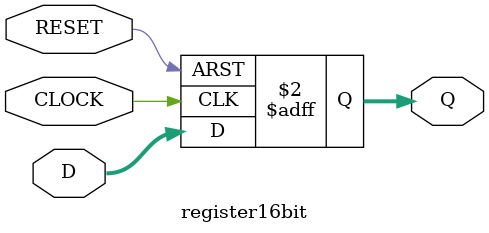
<source format=v>
`timescale 1ns / 1ps


module register16bit(
    input CLOCK,
    input RESET,
    input [15:0] D,
    output reg [15:0] Q
    );
	
	always @(posedge CLOCK or posedge RESET) begin
		if (RESET) begin
			Q <= 0;
			
		end
		else begin
			Q <= D;
		end
	end

endmodule

</source>
